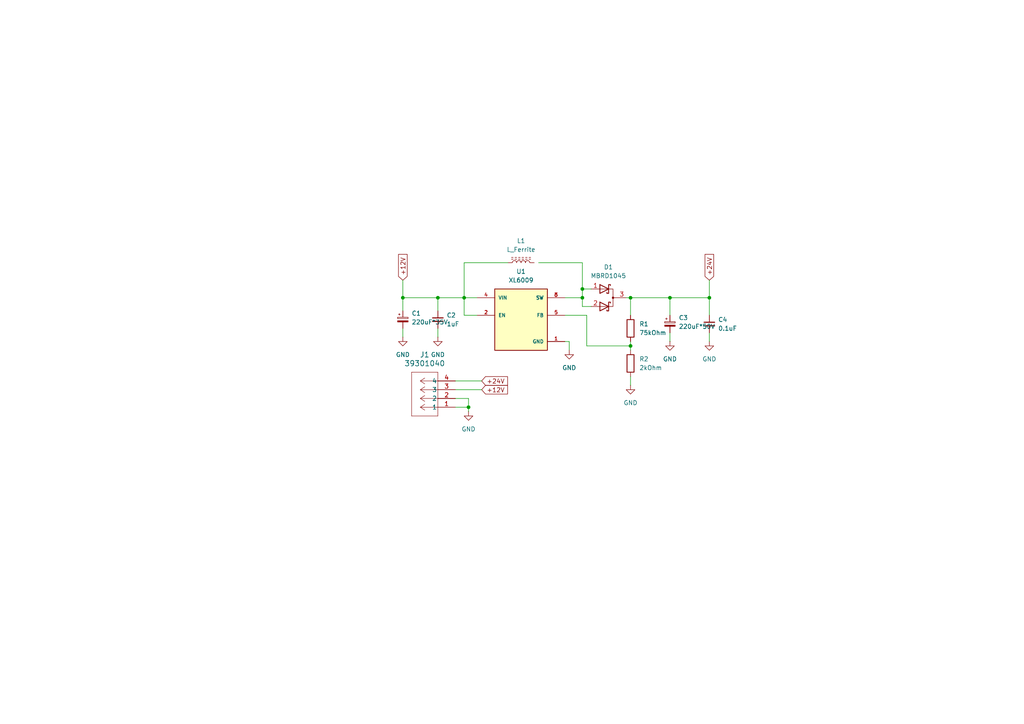
<source format=kicad_sch>
(kicad_sch (version 20231120) (generator "eeschema") (generator_version "8.0")
  (paper "A4")
  (lib_symbols
    (symbol "Device:C_Polarized_Small" (pin_numbers hide) (pin_names (offset 0.254) hide)
      (property "Reference" "C" (at 0.254 1.778 0))
      (property "Value" "C_Polarized_Small" (at 0.254 -2.032 0))
      (symbol "C_Polarized_Small_0_1"
        (rectangle (start -1.524 -0.3048) (end 1.524 -0.6858) (fill (type outline)))
        (rectangle (start -1.524 0.6858) (end 1.524 0.3048))
        (polyline (pts (xy -1.27 1.524) (xy -0.762 1.524)))
        (polyline (pts (xy -1.016 1.27) (xy -1.016 1.778)))
      )
      (symbol "C_Polarized_Small_1_1"
        (pin passive line (at 0 2.54 270) (length 1.8542) (name "~") (number "1"))
        (pin passive line (at 0 -2.54 90) (length 1.8542) (name "~") (number "2"))
      )
    )
    (symbol "Device:C_Small" (pin_numbers hide) (pin_names (offset 0.254) hide)
      (property "Reference" "C" (at 0.254 1.778 0))
      (property "Value" "C_Small" (at 0.254 -2.032 0))
      (symbol "C_Small_0_1"
        (polyline (pts (xy -1.524 -0.508) (xy 1.524 -0.508)) (stroke (width 0.3302)))
        (polyline (pts (xy -1.524 0.508) (xy 1.524 0.508)) (stroke (width 0.3048)))
      )
      (symbol "C_Small_1_1"
        (pin passive line (at 0 2.54 270) (length 2.032) (name "~") (number "1"))
        (pin passive line (at 0 -2.54 90) (length 2.032) (name "~") (number "2"))
      )
    )
    (symbol "Device:D_Schottky_Dual_CommonCathode_AAK_Parallel" (pin_names (offset 0.762) hide)
      (property "Reference" "D" (at 0 5.08 0))
      (property "Value" "D_Schottky_Dual_CommonCathode_AAK_Parallel" (at 0 -5.08 0))
      (symbol "D_Schottky_Dual_CommonCathode_AAK_Parallel_0_1"
        (polyline (pts (xy 1.27 0) (xy 2.54 0)))
        (polyline (pts (xy -2.54 -2.54) (xy 1.27 -2.54) (xy 1.27 2.54) (xy -2.54 2.54)))
        (polyline (pts (xy -2.54 -1.27) (xy 0 -2.54) (xy -2.54 -3.81) (xy -2.54 -1.27) (xy -2.54 -1.27) (xy -2.54 -1.27)) (stroke (width 0.254)))
        (polyline (pts (xy -2.54 3.81) (xy 0 2.54) (xy -2.54 1.27) (xy -2.54 3.81) (xy -2.54 3.81) (xy -2.54 3.81)) (stroke (width 0.254)))
        (polyline (pts (xy 0.508 -1.524) (xy 0.508 -1.27) (xy 0 -1.27) (xy 0 -3.81) (xy -0.508 -3.81) (xy -0.508 -3.556)) (stroke (width 0.254)))
        (polyline (pts (xy 0.508 3.556) (xy 0.508 3.81) (xy 0 3.81) (xy 0 1.27) (xy -0.508 1.27) (xy -0.508 1.524)) (stroke (width 0.254)))
        (circle (center 1.27 0) (radius 0.254) (fill (type outline)))
        (pin passive line (at -5.08 2.54 0) (length 2.54) (name "K") (number "1"))
        (pin passive line (at -5.08 -2.54 0) (length 2.54) (name "K") (number "2"))
        (pin passive line (at 5.08 0 180) (length 2.54) (name "A") (number "3"))
      )
    )
    (symbol "Device:L_Ferrite" (pin_numbers hide) (pin_names (offset 1.016) hide)
      (property "Reference" "L" (at -1.27 0 90))
      (property "Value" "L_Ferrite" (at 2.794 0 90))
      (symbol "L_Ferrite_0_1"
        (arc (start 0 -2.54) (mid 0.6323 -1.905) (end 0 -1.27))
        (arc (start 0 -1.27) (mid 0.6323 -0.635) (end 0 0))
        (polyline (pts (xy 1.016 -2.794) (xy 1.016 -2.286)))
        (polyline (pts (xy 1.016 -1.778) (xy 1.016 -1.27)))
        (polyline (pts (xy 1.016 -0.762) (xy 1.016 -0.254)))
        (polyline (pts (xy 1.016 0.254) (xy 1.016 0.762)))
        (polyline (pts (xy 1.016 1.27) (xy 1.016 1.778)))
        (polyline (pts (xy 1.016 2.286) (xy 1.016 2.794)))
        (polyline (pts (xy 1.524 -2.286) (xy 1.524 -2.794)))
        (polyline (pts (xy 1.524 -1.27) (xy 1.524 -1.778)))
        (polyline (pts (xy 1.524 -0.254) (xy 1.524 -0.762)))
        (polyline (pts (xy 1.524 0.762) (xy 1.524 0.254)))
        (polyline (pts (xy 1.524 1.778) (xy 1.524 1.27)))
        (polyline (pts (xy 1.524 2.794) (xy 1.524 2.286)))
        (arc (start 0 0) (mid 0.6323 0.635) (end 0 1.27))
        (arc (start 0 1.27) (mid 0.6323 1.905) (end 0 2.54))
      )
      (symbol "L_Ferrite_1_1"
        (pin passive line (at 0 3.81 270) (length 1.27) (name "1") (number "1"))
        (pin passive line (at 0 -3.81 90) (length 1.27) (name "2") (number "2"))
      )
    )
    (symbol "Device:R" (pin_numbers hide) (pin_names (offset 0))
      (property "Reference" "R" (at 2.032 0 90))
      (property "Value" "R" (at 0 0 90))
      (symbol "R_0_1"
        (rectangle (start -1.016 -2.54) (end 1.016 2.54) (stroke (width 0.254)))
      )
      (symbol "R_1_1"
        (pin passive line (at 0 3.81 270) (length 1.27) (name "~") (number "1"))
        (pin passive line (at 0 -3.81 90) (length 1.27) (name "~") (number "2"))
      )
    )
    (symbol "XL6009:XL6009" (pin_names (offset 1.016))
      (property "Reference" "VR" (at -7.62 8.89 0))
      (property "Value" "XL6009" (at -7.62 -11.43 0))
      (symbol "XL6009_0_0"
        (rectangle (start -7.62 -10.16) (end 7.62 7.62) (stroke (width 0.254)) (fill (type background)))
        (pin power_in line (at 12.7 -7.62 180) (length 5.08) (name "GND") (number "1"))
        (pin input line (at -12.7 0 0) (length 5.08) (name "EN") (number "2"))
        (pin output line (at 12.7 5.08 180) (length 5.08) (name "SW") (number "3"))
        (pin input line (at -12.7 5.08 0) (length 5.08) (name "VIN") (number "4"))
        (pin input line (at 12.7 0 180) (length 5.08) (name "FB") (number "5"))
        (pin output line (at 12.7 5.08 180) (length 5.08) (name "SW") (number "6"))
      )
    )
    (symbol "mini-fit-39301040:39301040" (pin_names (offset 0.254))
      (property "Reference" "J" (at 8.89 6.35 0))
      (property "Value" "39301040" (at 0 0 0))
      (symbol "39301040_1_1"
        (polyline (pts (xy 5.08 -10.16) (xy 12.7 -10.16)) (stroke (width 0.127)))
        (polyline (pts (xy 5.08 2.54) (xy 5.08 -10.16)) (stroke (width 0.127)))
        (polyline (pts (xy 10.16 -7.62) (xy 5.08 -7.62)) (stroke (width 0.127)))
        (polyline (pts (xy 10.16 -7.62) (xy 8.89 -8.4667)) (stroke (width 0.127)))
        (polyline (pts (xy 10.16 -7.62) (xy 8.89 -6.7733)) (stroke (width 0.127)))
        (polyline (pts (xy 10.16 -5.08) (xy 5.08 -5.08)) (stroke (width 0.127)))
        (polyline (pts (xy 10.16 -5.08) (xy 8.89 -5.9267)) (stroke (width 0.127)))
        (polyline (pts (xy 10.16 -5.08) (xy 8.89 -4.2333)) (stroke (width 0.127)))
        (polyline (pts (xy 10.16 -2.54) (xy 5.08 -2.54)) (stroke (width 0.127)))
        (polyline (pts (xy 10.16 -2.54) (xy 8.89 -3.3867)) (stroke (width 0.127)))
        (polyline (pts (xy 10.16 -2.54) (xy 8.89 -1.6933)) (stroke (width 0.127)))
        (polyline (pts (xy 10.16 0) (xy 5.08 0)) (stroke (width 0.127)))
        (polyline (pts (xy 10.16 0) (xy 8.89 -0.8467)) (stroke (width 0.127)))
        (polyline (pts (xy 10.16 0) (xy 8.89 0.8467)) (stroke (width 0.127)))
        (polyline (pts (xy 12.7 -10.16) (xy 12.7 2.54)) (stroke (width 0.127)))
        (polyline (pts (xy 12.7 2.54) (xy 5.08 2.54)) (stroke (width 0.127)))
        (pin unspecified line (at 0 0 0) (length 5.08) (name "1") (number "1"))
        (pin unspecified line (at 0 -2.54 0) (length 5.08) (name "2") (number "2"))
        (pin unspecified line (at 0 -5.08 0) (length 5.08) (name "3") (number "3"))
        (pin unspecified line (at 0 -7.62 0) (length 5.08) (name "4") (number "4"))
      )
      (symbol "39301040_1_2"
        (polyline (pts (xy 5.08 -10.16) (xy 12.7 -10.16)) (stroke (width 0.127)))
        (polyline (pts (xy 5.08 2.54) (xy 5.08 -10.16)) (stroke (width 0.127)))
        (polyline (pts (xy 7.62 -7.62) (xy 5.08 -7.62)) (stroke (width 0.127)))
        (polyline (pts (xy 7.62 -7.62) (xy 8.89 -8.4667)) (stroke (width 0.127)))
        (polyline (pts (xy 7.62 -7.62) (xy 8.89 -6.7733)) (stroke (width 0.127)))
        (polyline (pts (xy 7.62 -5.08) (xy 5.08 -5.08)) (stroke (width 0.127)))
        (polyline (pts (xy 7.62 -5.08) (xy 8.89 -5.9267)) (stroke (width 0.127)))
        (polyline (pts (xy 7.62 -5.08) (xy 8.89 -4.2333)) (stroke (width 0.127)))
        (polyline (pts (xy 7.62 -2.54) (xy 5.08 -2.54)) (stroke (width 0.127)))
        (polyline (pts (xy 7.62 -2.54) (xy 8.89 -3.3867)) (stroke (width 0.127)))
        (polyline (pts (xy 7.62 -2.54) (xy 8.89 -1.6933)) (stroke (width 0.127)))
        (polyline (pts (xy 7.62 0) (xy 5.08 0)) (stroke (width 0.127)))
        (polyline (pts (xy 7.62 0) (xy 8.89 -0.8467)) (stroke (width 0.127)))
        (polyline (pts (xy 7.62 0) (xy 8.89 0.8467)) (stroke (width 0.127)))
        (polyline (pts (xy 12.7 -10.16) (xy 12.7 2.54)) (stroke (width 0.127)))
        (polyline (pts (xy 12.7 2.54) (xy 5.08 2.54)) (stroke (width 0.127)))
        (pin unspecified line (at 0 0 0) (length 5.08) (name "1") (number "1"))
        (pin unspecified line (at 0 -2.54 0) (length 5.08) (name "2") (number "2"))
        (pin unspecified line (at 0 -5.08 0) (length 5.08) (name "3") (number "3"))
        (pin unspecified line (at 0 -7.62 0) (length 5.08) (name "4") (number "4"))
      )
    )
    (symbol "power:GND" (power) (pin_numbers hide) (pin_names (offset 0) hide)
      (property "Value" "GND" (at 0 -3.81 0))
      (symbol "GND_0_1"
        (polyline (pts (xy 0 0) (xy 0 -1.27) (xy 1.27 -1.27) (xy 0 -2.54) (xy -1.27 -1.27) (xy 0 -1.27)))
      )
      (symbol "GND_1_1"
        (pin power_in line (at 0 0 270) (length 0) (name "~") (number "1"))
      )
    )
  )
  (junction (at 168.91 83.82))
  (junction (at 182.88 86.36))
  (junction (at 116.84 86.36))
  (junction (at 168.91 86.36))
  (junction (at 194.31 86.36))
  (junction (at 135.89 118.11))
  (junction (at 134.62 86.36))
  (junction (at 182.88 100.33))
  (junction (at 127 86.36))
  (junction (at 205.74 86.36))
  (wire (pts (xy 134.62 76.2) (xy 134.62 86.36)))
  (wire (pts (xy 147.32 76.2) (xy 134.62 76.2)))
  (wire (pts (xy 165.1 99.06) (xy 165.1 101.6)))
  (wire (pts (xy 171.45 83.82) (xy 168.91 83.82)))
  (wire (pts (xy 156.21 76.2) (xy 168.91 76.2)))
  (wire (pts (xy 138.43 91.44) (xy 134.62 91.44)))
  (wire (pts (xy 132.08 115.57) (xy 135.89 115.57)))
  (wire (pts (xy 135.89 118.11) (xy 135.89 119.38)))
  (wire (pts (xy 170.18 91.44) (xy 170.18 100.33)))
  (wire (pts (xy 116.84 86.36) (xy 116.84 90.17)))
  (wire (pts (xy 205.74 96.52) (xy 205.74 99.06)))
  (wire (pts (xy 135.89 115.57) (xy 135.89 118.11)))
  (wire (pts (xy 170.18 100.33) (xy 182.88 100.33)))
  (wire (pts (xy 168.91 83.82) (xy 168.91 86.36)))
  (wire (pts (xy 168.91 76.2) (xy 168.91 83.82)))
  (wire (pts (xy 127 86.36) (xy 134.62 86.36)))
  (wire (pts (xy 194.31 96.52) (xy 194.31 99.06)))
  (wire (pts (xy 116.84 81.28) (xy 116.84 86.36)))
  (wire (pts (xy 182.88 109.22) (xy 182.88 111.76)))
  (wire (pts (xy 127 90.17) (xy 127 86.36)))
  (wire (pts (xy 205.74 86.36) (xy 205.74 91.44)))
  (wire (pts (xy 168.91 88.9) (xy 171.45 88.9)))
  (wire (pts (xy 134.62 86.36) (xy 138.43 86.36)))
  (wire (pts (xy 168.91 86.36) (xy 168.91 88.9)))
  (wire (pts (xy 132.08 118.11) (xy 135.89 118.11)))
  (wire (pts (xy 116.84 86.36) (xy 127 86.36)))
  (wire (pts (xy 163.83 86.36) (xy 168.91 86.36)))
  (wire (pts (xy 127 95.25) (xy 127 97.79)))
  (wire (pts (xy 194.31 86.36) (xy 205.74 86.36)))
  (wire (pts (xy 163.83 99.06) (xy 165.1 99.06)))
  (wire (pts (xy 205.74 81.28) (xy 205.74 86.36)))
  (wire (pts (xy 132.08 113.03) (xy 139.7 113.03)))
  (wire (pts (xy 116.84 95.25) (xy 116.84 97.79)))
  (wire (pts (xy 181.61 86.36) (xy 182.88 86.36)))
  (wire (pts (xy 182.88 100.33) (xy 182.88 101.6)))
  (wire (pts (xy 134.62 86.36) (xy 134.62 91.44)))
  (wire (pts (xy 163.83 91.44) (xy 170.18 91.44)))
  (wire (pts (xy 182.88 99.06) (xy 182.88 100.33)))
  (wire (pts (xy 182.88 86.36) (xy 194.31 86.36)))
  (wire (pts (xy 132.08 110.49) (xy 139.7 110.49)))
  (wire (pts (xy 182.88 86.36) (xy 182.88 91.44)))
  (wire (pts (xy 194.31 86.36) (xy 194.31 91.44)))
  (global_label "+24V" (shape input) (at 205.74 81.28 90) (property "Intersheetrefs" "${INTERSHEET_REFS}" (effects (hide yes))))
  (global_label "+12V" (shape input) (at 116.84 81.28 90) (property "Intersheetrefs" "${INTERSHEET_REFS}" (effects (hide yes))))
  (global_label "+24V" (shape input) (at 139.7 110.49 0) (property "Intersheetrefs" "${INTERSHEET_REFS}" (effects (hide yes))))
  (global_label "+12V" (shape input) (at 139.7 113.03 0) (property "Intersheetrefs" "${INTERSHEET_REFS}" (effects (hide yes))))
  (symbol (lib_id "power:GND") (at 205.74 99.06 0) (unit 1)
    (property "Reference" "#PWR06" (effects (hide yes)))
    (property "Value" "GND" (at 205.74 104.14 0))
    (property "Description" "Power symbol creates a global label with name \"GND\" , ground" (effects (hide yes)))
  )
  (symbol (lib_id "power:GND") (at 182.88 111.76 0) (unit 1)
    (property "Reference" "#PWR04" (effects (hide yes)))
    (property "Value" "GND" (at 182.88 116.84 0))
    (property "Description" "Power symbol creates a global label with name \"GND\" , ground" (effects (hide yes)))
  )
  (symbol (lib_id "Device:R") (at 182.88 105.41 0) (unit 1)
    (property "Reference" "R2" (at 185.42 104.1399 0) (effects (justify left)))
    (property "Value" "2kOhm" (at 185.42 106.6799 0) (effects (justify left)))
    (property "Footprint" "Resistor_SMD:R_0805_2012Metric" (effects (hide yes)))
    (property "Description" "Resistor" (effects (hide yes)))
  )
  (symbol (lib_id "Device:C_Polarized_Small") (at 116.84 92.71 0) (unit 1)
    (property "Reference" "C1" (at 119.38 90.8938 0) (effects (justify left)))
    (property "Value" "220uF*35V" (at 119.38 93.4338 0) (effects (justify left)))
    (property "Footprint" "Capacitor_THT:CP_Radial_D10.0mm_P5.00mm" (effects (hide yes)))
    (property "Description" "Polarized capacitor, small symbol" (effects (hide yes)))
  )
  (symbol (lib_id "power:GND") (at 194.31 99.06 0) (unit 1)
    (property "Reference" "#PWR05" (effects (hide yes)))
    (property "Value" "GND" (at 194.31 104.14 0))
    (property "Description" "Power symbol creates a global label with name \"GND\" , ground" (effects (hide yes)))
  )
  (symbol (lib_id "Device:C_Polarized_Small") (at 194.31 93.98 0) (unit 1)
    (property "Reference" "C3" (at 196.85 92.1638 0) (effects (justify left)))
    (property "Value" "220uF*50V" (at 196.85 94.7038 0) (effects (justify left)))
    (property "Footprint" "Capacitor_THT:CP_Radial_D10.0mm_P5.00mm" (effects (hide yes)))
    (property "Description" "Polarized capacitor, small symbol" (effects (hide yes)))
  )
  (symbol (lib_id "Device:D_Schottky_Dual_CommonCathode_AAK_Parallel") (at 176.53 86.36 0) (unit 1)
    (property "Reference" "D1" (at 176.4665 77.47 0))
    (property "Value" "MBRD1045" (at 176.4665 80.01 0))
    (property "Footprint" "Package_TO_SOT_SMD:TO-252-2" (effects (hide yes)))
    (property "Description" "Dual Schottky diode, common anode on pin 1" (effects (hide yes)))
  )
  (symbol (lib_id "Device:C_Small") (at 205.74 93.98 0) (unit 1)
    (property "Reference" "C4" (at 208.28 92.7162 0) (effects (justify left)))
    (property "Value" "0.1uF" (at 208.28 95.2562 0) (effects (justify left)))
    (property "Footprint" "Capacitor_SMD:C_0603_1608Metric" (effects (hide yes)))
    (property "Description" "Unpolarized capacitor, small symbol" (effects (hide yes)))
  )
  (symbol (lib_id "Device:L_Ferrite") (at 151.13 76.2 90) (unit 1)
    (property "Reference" "L1" (at 151.13 69.85 90))
    (property "Value" "L_Ferrite" (at 151.13 72.39 90))
    (property "Footprint" "Inductor_SMD:L_Coilcraft_MSS1246-XXX" (effects (hide yes)))
    (property "Description" "Inductor with ferrite core" (effects (hide yes)))
  )
  (symbol (lib_id "power:GND") (at 165.1 101.6 0) (unit 1)
    (property "Reference" "#PWR07" (effects (hide yes)))
    (property "Value" "GND" (at 165.1 106.68 0))
    (property "Description" "Power symbol creates a global label with name \"GND\" , ground" (effects (hide yes)))
  )
  (symbol (lib_id "power:GND") (at 135.89 119.38 0) (unit 1)
    (property "Reference" "#PWR03" (effects (hide yes)))
    (property "Value" "GND" (at 135.89 124.46 0))
    (property "Description" "Power symbol creates a global label with name \"GND\" , ground" (effects (hide yes)))
  )
  (symbol (lib_id "XL6009:XL6009") (at 151.13 91.44 0) (unit 1)
    (property "Reference" "U1" (at 151.13 78.74 0))
    (property "Value" "XL6009" (at 151.13 81.28 0))
    (property "Footprint" "XL6009:DPAK170P1435X465-6N" (effects (hide yes)))
    (property "MF" "XLSEMI" (effects (hide yes)))
    (property "MAXIMUM_PACKAGE_HEIGHT" "4.65mm" (effects (hide yes)))
    (property "Package" "TO-263-5L XLSEMI" (effects (hide yes)))
    (property "Price" "None" (effects (hide yes)))
    (property "Check_prices" "https://www.snapeda.com/parts/XL6009/XLSEMI/view-part/?ref=eda" (effects (hide yes)))
    (property "STANDARD" "IPC-7351B" (effects (hide yes)))
    (property "PARTREV" "1.1" (effects (hide yes)))
    (property "SnapEDA_Link" "https://www.snapeda.com/parts/XL6009/XLSEMI/view-part/?ref=snap" (effects (hide yes)))
    (property "MP" "XL6009" (effects (hide yes)))
    (property "Description_1" "\nThe XL6009 regulator is a wide input range, current mode, DC/DC converter which is capable of generating either positive or negative output voltages.\n" (effects (hide yes)))
    (property "Availability" "In Stock" (effects (hide yes)))
    (property "MANUFACTURER" "XLSEMI" (effects (hide yes)))
  )
  (symbol (lib_id "Device:C_Small") (at 127 92.71 0) (unit 1)
    (property "Reference" "C2" (at 129.54 91.4462 0) (effects (justify left)))
    (property "Value" "1uF" (at 129.54 93.9862 0) (effects (justify left)))
    (property "Footprint" "Capacitor_SMD:C_1206_3216Metric_Pad1.33x1.80mm_HandSolder" (effects (hide yes)))
    (property "Description" "Unpolarized capacitor, small symbol" (effects (hide yes)))
  )
  (symbol (lib_id "mini-fit-39301040:39301040") (at 132.08 118.11 180) (unit 1)
    (property "Reference" "J1" (at 123.19 102.87 0) (effects (font (size 1.524 1.524))))
    (property "Value" "39301040" (at 123.19 105.41 0) (effects (font (size 1.524 1.524))))
    (property "Footprint" "Connector_Molex:Molex_Mini-Fit_Jr_5569-04A2_2x02_P4.20mm_Horizontal" (effects (hide yes)))
    (property "Datasheet" "39301040" (effects (hide yes)))
  )
  (symbol (lib_id "power:GND") (at 127 97.79 0) (unit 1)
    (property "Reference" "#PWR02" (effects (hide yes)))
    (property "Value" "GND" (at 127 102.87 0))
    (property "Description" "Power symbol creates a global label with name \"GND\" , ground" (effects (hide yes)))
  )
  (symbol (lib_id "Device:R") (at 182.88 95.25 0) (unit 1)
    (property "Reference" "R1" (at 185.42 93.9799 0) (effects (justify left)))
    (property "Value" "75kOhm" (at 185.42 96.5199 0) (effects (justify left)))
    (property "Footprint" "Resistor_SMD:R_0805_2012Metric" (effects (hide yes)))
    (property "Description" "Resistor" (effects (hide yes)))
  )
  (symbol (lib_id "power:GND") (at 116.84 97.79 0) (unit 1)
    (property "Reference" "#PWR01" (effects (hide yes)))
    (property "Value" "GND" (at 116.84 102.87 0))
    (property "Description" "Power symbol creates a global label with name \"GND\" , ground" (effects (hide yes)))
  )
)
</source>
